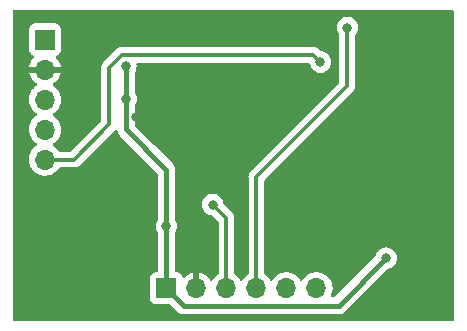
<source format=gbr>
%TF.GenerationSoftware,KiCad,Pcbnew,(6.0.4-0)*%
%TF.CreationDate,2022-04-22T16:48:50+08:00*%
%TF.ProjectId,esp32c3,65737033-3263-4332-9e6b-696361645f70,rev?*%
%TF.SameCoordinates,Original*%
%TF.FileFunction,Copper,L2,Bot*%
%TF.FilePolarity,Positive*%
%FSLAX46Y46*%
G04 Gerber Fmt 4.6, Leading zero omitted, Abs format (unit mm)*
G04 Created by KiCad (PCBNEW (6.0.4-0)) date 2022-04-22 16:48:50*
%MOMM*%
%LPD*%
G01*
G04 APERTURE LIST*
%TA.AperFunction,ComponentPad*%
%ADD10R,1.700000X1.700000*%
%TD*%
%TA.AperFunction,ComponentPad*%
%ADD11O,1.700000X1.700000*%
%TD*%
%TA.AperFunction,ViaPad*%
%ADD12C,0.800000*%
%TD*%
%TA.AperFunction,Conductor*%
%ADD13C,0.457200*%
%TD*%
%TA.AperFunction,Conductor*%
%ADD14C,0.330200*%
%TD*%
%TA.AperFunction,Conductor*%
%ADD15C,0.250000*%
%TD*%
G04 APERTURE END LIST*
D10*
%TO.P,J3,1,Pin_1*%
%TO.N,3.3V*%
X44221000Y-72136000D03*
D11*
%TO.P,J3,2,Pin_2*%
%TO.N,GND*%
X44221000Y-74676000D03*
%TO.P,J3,3,Pin_3*%
%TO.N,IO9*%
X44221000Y-77216000D03*
%TO.P,J3,4,Pin_4*%
%TO.N,IO8*%
X44221000Y-79756000D03*
%TO.P,J3,5,Pin_5*%
%TO.N,IO2*%
X44221000Y-82296000D03*
%TD*%
D10*
%TO.P,J2,1,Pin_1*%
%TO.N,3.3V*%
X54508000Y-93193000D03*
D11*
%TO.P,J2,2,Pin_2*%
%TO.N,GND*%
X57048000Y-93193000D03*
%TO.P,J2,3,Pin_3*%
%TO.N,EN*%
X59588000Y-93193000D03*
%TO.P,J2,4,Pin_4*%
%TO.N,IO0*%
X62128000Y-93193000D03*
%TO.P,J2,5,Pin_5*%
%TO.N,TXD*%
X64668000Y-93193000D03*
%TO.P,J2,6,Pin_6*%
%TO.N,RXD*%
X67208000Y-93193000D03*
%TD*%
D12*
%TO.N,3.3V*%
X51060000Y-74390000D03*
X73101200Y-90652600D03*
X51100131Y-77161155D03*
X54507994Y-87935206D03*
%TO.N,GND*%
X51950000Y-78700000D03*
X52450000Y-76310000D03*
X52908200Y-87985600D03*
X71221600Y-90703400D03*
X73736200Y-80670400D03*
X73431400Y-74117200D03*
X48215383Y-85391184D03*
X46990000Y-76270000D03*
%TO.N,EN*%
X58420000Y-86106000D03*
%TO.N,IO0*%
X69824600Y-71120000D03*
%TO.N,IO2*%
X67538600Y-74041000D03*
%TD*%
D13*
%TO.N,3.3V*%
X73101200Y-90652600D02*
X69088000Y-94665800D01*
X51080000Y-77141024D02*
X51100131Y-77161155D01*
X55980800Y-94665800D02*
X54508000Y-93193000D01*
X54507994Y-85090406D02*
X54507994Y-87935206D01*
X54507994Y-83160006D02*
X54507994Y-85090406D01*
X51060000Y-74390000D02*
X51080000Y-74410000D01*
X51100126Y-77161161D02*
X51100126Y-79752139D01*
X51080000Y-74410000D02*
X51080000Y-77141024D01*
X54507994Y-87935206D02*
X54507994Y-93193006D01*
X69088000Y-94665800D02*
X55980800Y-94665800D01*
X51100126Y-79752139D02*
X54507994Y-83160006D01*
D14*
%TO.N,EN*%
X59587994Y-87273994D02*
X58420000Y-86106000D01*
X59587994Y-93193006D02*
X59587994Y-87273994D01*
%TO.N,IO0*%
X62127994Y-93193006D02*
X62127994Y-83769606D01*
X69799200Y-76098400D02*
X69799200Y-71145400D01*
X62127994Y-83769606D02*
X69799200Y-76098400D01*
D15*
X69799200Y-71145400D02*
X69824600Y-71120000D01*
D14*
%TO.N,IO2*%
X46694000Y-82296000D02*
X44220994Y-82296000D01*
X50749200Y-73431400D02*
X49660000Y-74520600D01*
X49660000Y-79330000D02*
X46694000Y-82296000D01*
X66929000Y-73431400D02*
X50749200Y-73431400D01*
X67538600Y-74041000D02*
X66929000Y-73431400D01*
X49660000Y-74520600D02*
X49660000Y-79330000D01*
%TD*%
%TA.AperFunction,Conductor*%
%TO.N,GND*%
G36*
X78800621Y-69629702D02*
G01*
X78847114Y-69683358D01*
X78858500Y-69735700D01*
X78858500Y-95855500D01*
X78838498Y-95923621D01*
X78784842Y-95970114D01*
X78732500Y-95981500D01*
X41647500Y-95981500D01*
X41579379Y-95961498D01*
X41532886Y-95907842D01*
X41521500Y-95855500D01*
X41521500Y-82262695D01*
X42858251Y-82262695D01*
X42871110Y-82485715D01*
X42872247Y-82490761D01*
X42872248Y-82490767D01*
X42896304Y-82597508D01*
X42920222Y-82703639D01*
X42981673Y-82854976D01*
X42998872Y-82897331D01*
X43004266Y-82910616D01*
X43035898Y-82962235D01*
X43113942Y-83089591D01*
X43120987Y-83101088D01*
X43267250Y-83269938D01*
X43439126Y-83412632D01*
X43632000Y-83525338D01*
X43840692Y-83605030D01*
X43845760Y-83606061D01*
X43845763Y-83606062D01*
X43953017Y-83627883D01*
X44059597Y-83649567D01*
X44064772Y-83649757D01*
X44064774Y-83649757D01*
X44277673Y-83657564D01*
X44277677Y-83657564D01*
X44282837Y-83657753D01*
X44287957Y-83657097D01*
X44287959Y-83657097D01*
X44499288Y-83630025D01*
X44499289Y-83630025D01*
X44504416Y-83629368D01*
X44574339Y-83608390D01*
X44713429Y-83566661D01*
X44713434Y-83566659D01*
X44718384Y-83565174D01*
X44918994Y-83466896D01*
X45100860Y-83337173D01*
X45259096Y-83179489D01*
X45298496Y-83124658D01*
X45372210Y-83022074D01*
X45428205Y-82978426D01*
X45474533Y-82969600D01*
X46666291Y-82969600D01*
X46674862Y-82969892D01*
X46729512Y-82973618D01*
X46789235Y-82963194D01*
X46795725Y-82962237D01*
X46855856Y-82954960D01*
X46862965Y-82952274D01*
X46868762Y-82950850D01*
X46876917Y-82948620D01*
X46882641Y-82946892D01*
X46890122Y-82945586D01*
X46945594Y-82921235D01*
X46951699Y-82918744D01*
X46952422Y-82918471D01*
X46973210Y-82910616D01*
X47001263Y-82900016D01*
X47001265Y-82900015D01*
X47008368Y-82897331D01*
X47014627Y-82893030D01*
X47019894Y-82890276D01*
X47027319Y-82886143D01*
X47032451Y-82883108D01*
X47039408Y-82880054D01*
X47045434Y-82875430D01*
X47045436Y-82875429D01*
X47087466Y-82843178D01*
X47092804Y-82839300D01*
X47136469Y-82809291D01*
X47136476Y-82809285D01*
X47142731Y-82804986D01*
X47182019Y-82760890D01*
X47187001Y-82755614D01*
X50116717Y-79825898D01*
X50122967Y-79820058D01*
X50161815Y-79786169D01*
X50226293Y-79756463D01*
X50296601Y-79766332D01*
X50350411Y-79812646D01*
X50370226Y-79870903D01*
X50372394Y-79897554D01*
X50374649Y-79904516D01*
X50375760Y-79910074D01*
X50377064Y-79915591D01*
X50377912Y-79922863D01*
X50380411Y-79929747D01*
X50380412Y-79929752D01*
X50402100Y-79989501D01*
X50403526Y-79993655D01*
X50425365Y-80061068D01*
X50429161Y-80067324D01*
X50431513Y-80072462D01*
X50434060Y-80077547D01*
X50436558Y-80084429D01*
X50475433Y-80143724D01*
X50477756Y-80147406D01*
X50484547Y-80158596D01*
X50514533Y-80208011D01*
X50518240Y-80212208D01*
X50518241Y-80212210D01*
X50521727Y-80216157D01*
X50521708Y-80216174D01*
X50524615Y-80219451D01*
X50526782Y-80222043D01*
X50530799Y-80228170D01*
X50536115Y-80233205D01*
X50536115Y-80233206D01*
X50585399Y-80279893D01*
X50587841Y-80282271D01*
X53733989Y-83428418D01*
X53768015Y-83490730D01*
X53770894Y-83517513D01*
X53770894Y-87361141D01*
X53754013Y-87424140D01*
X53673467Y-87563650D01*
X53614452Y-87745278D01*
X53594490Y-87935206D01*
X53614452Y-88125134D01*
X53673467Y-88306762D01*
X53676770Y-88312484D01*
X53676771Y-88312485D01*
X53754013Y-88446271D01*
X53770894Y-88509271D01*
X53770894Y-91708500D01*
X53750892Y-91776621D01*
X53697236Y-91823114D01*
X53644894Y-91834500D01*
X53609866Y-91834500D01*
X53547684Y-91841255D01*
X53411295Y-91892385D01*
X53294739Y-91979739D01*
X53207385Y-92096295D01*
X53156255Y-92232684D01*
X53149500Y-92294866D01*
X53149500Y-94091134D01*
X53156255Y-94153316D01*
X53207385Y-94289705D01*
X53294739Y-94406261D01*
X53411295Y-94493615D01*
X53547684Y-94544745D01*
X53609866Y-94551500D01*
X54771893Y-94551500D01*
X54840014Y-94571502D01*
X54860988Y-94588405D01*
X55413314Y-95140731D01*
X55425701Y-95155144D01*
X55433707Y-95166024D01*
X55433711Y-95166028D01*
X55438049Y-95171923D01*
X55448177Y-95180527D01*
X55477075Y-95205078D01*
X55484591Y-95212008D01*
X55490026Y-95217443D01*
X55511648Y-95234549D01*
X55515013Y-95237308D01*
X55569040Y-95283208D01*
X55575562Y-95286538D01*
X55580291Y-95289692D01*
X55585095Y-95292660D01*
X55590838Y-95297203D01*
X55597467Y-95300301D01*
X55597470Y-95300303D01*
X55655069Y-95327222D01*
X55659022Y-95329155D01*
X55715598Y-95358045D01*
X55715600Y-95358046D01*
X55722118Y-95361374D01*
X55729227Y-95363114D01*
X55734541Y-95365090D01*
X55739924Y-95366881D01*
X55746551Y-95369978D01*
X55753708Y-95371467D01*
X55753712Y-95371468D01*
X55815971Y-95384418D01*
X55820258Y-95385389D01*
X55850746Y-95392849D01*
X55889073Y-95402227D01*
X55894680Y-95402575D01*
X55894681Y-95402575D01*
X55899920Y-95402900D01*
X55899918Y-95402925D01*
X55904265Y-95403186D01*
X55907663Y-95403489D01*
X55914830Y-95404980D01*
X55990003Y-95402946D01*
X55993411Y-95402900D01*
X69022555Y-95402900D01*
X69041505Y-95404333D01*
X69054866Y-95406366D01*
X69054870Y-95406366D01*
X69062100Y-95407466D01*
X69069392Y-95406873D01*
X69069396Y-95406873D01*
X69113137Y-95403315D01*
X69123351Y-95402900D01*
X69131041Y-95402900D01*
X69134675Y-95402476D01*
X69134681Y-95402476D01*
X69148274Y-95400891D01*
X69158411Y-95399709D01*
X69162764Y-95399279D01*
X69179616Y-95397908D01*
X69226116Y-95394126D01*
X69226119Y-95394125D01*
X69233415Y-95393532D01*
X69240377Y-95391276D01*
X69245935Y-95390166D01*
X69251452Y-95388862D01*
X69258724Y-95388014D01*
X69265608Y-95385515D01*
X69265613Y-95385514D01*
X69325362Y-95363826D01*
X69329523Y-95362397D01*
X69332681Y-95361374D01*
X69396929Y-95340561D01*
X69403185Y-95336765D01*
X69408323Y-95334413D01*
X69413408Y-95331866D01*
X69420290Y-95329368D01*
X69479585Y-95290493D01*
X69483267Y-95288170D01*
X69539082Y-95254300D01*
X69539084Y-95254298D01*
X69543872Y-95251393D01*
X69552018Y-95244199D01*
X69552035Y-95244218D01*
X69555312Y-95241311D01*
X69557904Y-95239144D01*
X69564031Y-95235127D01*
X69615755Y-95180526D01*
X69618132Y-95178085D01*
X73219098Y-91577119D01*
X73281996Y-91542967D01*
X73321405Y-91534590D01*
X73383488Y-91521394D01*
X73389519Y-91518709D01*
X73551922Y-91446403D01*
X73551924Y-91446402D01*
X73557952Y-91443718D01*
X73712453Y-91331466D01*
X73840240Y-91189544D01*
X73935727Y-91024156D01*
X73994742Y-90842528D01*
X74014704Y-90652600D01*
X73994742Y-90462672D01*
X73935727Y-90281044D01*
X73840240Y-90115656D01*
X73712453Y-89973734D01*
X73557952Y-89861482D01*
X73551924Y-89858798D01*
X73551922Y-89858797D01*
X73389519Y-89786491D01*
X73389518Y-89786491D01*
X73383488Y-89783806D01*
X73290087Y-89763953D01*
X73203144Y-89745472D01*
X73203139Y-89745472D01*
X73196687Y-89744100D01*
X73005713Y-89744100D01*
X72999261Y-89745472D01*
X72999256Y-89745472D01*
X72912313Y-89763953D01*
X72818912Y-89783806D01*
X72812882Y-89786491D01*
X72812881Y-89786491D01*
X72650478Y-89858797D01*
X72650476Y-89858798D01*
X72644448Y-89861482D01*
X72489947Y-89973734D01*
X72362160Y-90115656D01*
X72266673Y-90281044D01*
X72207658Y-90462672D01*
X72206968Y-90469235D01*
X72205594Y-90475700D01*
X72202986Y-90475146D01*
X72180485Y-90529832D01*
X72171285Y-90540098D01*
X68819588Y-93891795D01*
X68757276Y-93925821D01*
X68730493Y-93928700D01*
X68562657Y-93928700D01*
X68494536Y-93908698D01*
X68448043Y-93855042D01*
X68437939Y-93784768D01*
X68449699Y-93746874D01*
X68473138Y-93699448D01*
X68475430Y-93694811D01*
X68540370Y-93481069D01*
X68569529Y-93259590D01*
X68571156Y-93193000D01*
X68552852Y-92970361D01*
X68498431Y-92753702D01*
X68409354Y-92548840D01*
X68288014Y-92361277D01*
X68137670Y-92196051D01*
X68133619Y-92192852D01*
X68133615Y-92192848D01*
X67966414Y-92060800D01*
X67966410Y-92060798D01*
X67962359Y-92057598D01*
X67926028Y-92037542D01*
X67855337Y-91998519D01*
X67766789Y-91949638D01*
X67761920Y-91947914D01*
X67761916Y-91947912D01*
X67561087Y-91876795D01*
X67561083Y-91876794D01*
X67556212Y-91875069D01*
X67551119Y-91874162D01*
X67551116Y-91874161D01*
X67341373Y-91836800D01*
X67341367Y-91836799D01*
X67336284Y-91835894D01*
X67262452Y-91834992D01*
X67118081Y-91833228D01*
X67118079Y-91833228D01*
X67112911Y-91833165D01*
X66892091Y-91866955D01*
X66679756Y-91936357D01*
X66606757Y-91974358D01*
X66532500Y-92013014D01*
X66481607Y-92039507D01*
X66477474Y-92042610D01*
X66477471Y-92042612D01*
X66307100Y-92170530D01*
X66302965Y-92173635D01*
X66148629Y-92335138D01*
X66041201Y-92492621D01*
X65986293Y-92537621D01*
X65915768Y-92545792D01*
X65852021Y-92514538D01*
X65831324Y-92490054D01*
X65750822Y-92365617D01*
X65750820Y-92365614D01*
X65748014Y-92361277D01*
X65597670Y-92196051D01*
X65593619Y-92192852D01*
X65593615Y-92192848D01*
X65426414Y-92060800D01*
X65426410Y-92060798D01*
X65422359Y-92057598D01*
X65386028Y-92037542D01*
X65315337Y-91998519D01*
X65226789Y-91949638D01*
X65221920Y-91947914D01*
X65221916Y-91947912D01*
X65021087Y-91876795D01*
X65021083Y-91876794D01*
X65016212Y-91875069D01*
X65011119Y-91874162D01*
X65011116Y-91874161D01*
X64801373Y-91836800D01*
X64801367Y-91836799D01*
X64796284Y-91835894D01*
X64722452Y-91834992D01*
X64578081Y-91833228D01*
X64578079Y-91833228D01*
X64572911Y-91833165D01*
X64352091Y-91866955D01*
X64139756Y-91936357D01*
X64066757Y-91974358D01*
X63992500Y-92013014D01*
X63941607Y-92039507D01*
X63937474Y-92042610D01*
X63937471Y-92042612D01*
X63767100Y-92170530D01*
X63762965Y-92173635D01*
X63608629Y-92335138D01*
X63501201Y-92492621D01*
X63446293Y-92537621D01*
X63375768Y-92545792D01*
X63312021Y-92514538D01*
X63291324Y-92490054D01*
X63210822Y-92365617D01*
X63210820Y-92365614D01*
X63208014Y-92361277D01*
X63057670Y-92196051D01*
X63053619Y-92192852D01*
X63053615Y-92192848D01*
X62886414Y-92060800D01*
X62886410Y-92060798D01*
X62882359Y-92057598D01*
X62877836Y-92055101D01*
X62866699Y-92048953D01*
X62816729Y-91998519D01*
X62801594Y-91938645D01*
X62801594Y-84100811D01*
X62821596Y-84032690D01*
X62838499Y-84011716D01*
X70255909Y-76594305D01*
X70262175Y-76588451D01*
X70297734Y-76557431D01*
X70303459Y-76552437D01*
X70338306Y-76502855D01*
X70342238Y-76497561D01*
X70374915Y-76455886D01*
X70379605Y-76449905D01*
X70382733Y-76442976D01*
X70385837Y-76437852D01*
X70390032Y-76430498D01*
X70392842Y-76425258D01*
X70397206Y-76419048D01*
X70399963Y-76411977D01*
X70399965Y-76411973D01*
X70419208Y-76362615D01*
X70421764Y-76356533D01*
X70443571Y-76308237D01*
X70443572Y-76308235D01*
X70446697Y-76301313D01*
X70448081Y-76293844D01*
X70449872Y-76288129D01*
X70452178Y-76280036D01*
X70453670Y-76274224D01*
X70456429Y-76267148D01*
X70464337Y-76207078D01*
X70465368Y-76200571D01*
X70475024Y-76148473D01*
X70476408Y-76141006D01*
X70473009Y-76082056D01*
X70472800Y-76074804D01*
X70472800Y-71806198D01*
X70492802Y-71738077D01*
X70505158Y-71721895D01*
X70563640Y-71656944D01*
X70659127Y-71491556D01*
X70718142Y-71309928D01*
X70732252Y-71175684D01*
X70737414Y-71126565D01*
X70738104Y-71120000D01*
X70718142Y-70930072D01*
X70659127Y-70748444D01*
X70563640Y-70583056D01*
X70435853Y-70441134D01*
X70281352Y-70328882D01*
X70275324Y-70326198D01*
X70275322Y-70326197D01*
X70112919Y-70253891D01*
X70112918Y-70253891D01*
X70106888Y-70251206D01*
X70013488Y-70231353D01*
X69926544Y-70212872D01*
X69926539Y-70212872D01*
X69920087Y-70211500D01*
X69729113Y-70211500D01*
X69722661Y-70212872D01*
X69722656Y-70212872D01*
X69635712Y-70231353D01*
X69542312Y-70251206D01*
X69536282Y-70253891D01*
X69536281Y-70253891D01*
X69373878Y-70326197D01*
X69373876Y-70326198D01*
X69367848Y-70328882D01*
X69213347Y-70441134D01*
X69085560Y-70583056D01*
X68990073Y-70748444D01*
X68931058Y-70930072D01*
X68911096Y-71120000D01*
X68911786Y-71126565D01*
X68916949Y-71175684D01*
X68931058Y-71309928D01*
X68990073Y-71491556D01*
X69085560Y-71656944D01*
X69093237Y-71665470D01*
X69123953Y-71729476D01*
X69125600Y-71749779D01*
X69125600Y-75767196D01*
X69105598Y-75835317D01*
X69088695Y-75856291D01*
X61671285Y-83273701D01*
X61665020Y-83279554D01*
X61623735Y-83315569D01*
X61588886Y-83365154D01*
X61584975Y-83370420D01*
X61547589Y-83418100D01*
X61544463Y-83425023D01*
X61541346Y-83430170D01*
X61537201Y-83437438D01*
X61534358Y-83442740D01*
X61529988Y-83448958D01*
X61513702Y-83490730D01*
X61507981Y-83505403D01*
X61505426Y-83511481D01*
X61480497Y-83566693D01*
X61479113Y-83574163D01*
X61477326Y-83579865D01*
X61475019Y-83587962D01*
X61473525Y-83593779D01*
X61470765Y-83600858D01*
X61469774Y-83608387D01*
X61469773Y-83608390D01*
X61462857Y-83660924D01*
X61461827Y-83667426D01*
X61450786Y-83726999D01*
X61451223Y-83734579D01*
X61451223Y-83734580D01*
X61454185Y-83785949D01*
X61454394Y-83793202D01*
X61454394Y-91937210D01*
X61434392Y-92005331D01*
X61400880Y-92038539D01*
X61401607Y-92039507D01*
X61222965Y-92173635D01*
X61068629Y-92335138D01*
X60961201Y-92492621D01*
X60906293Y-92537621D01*
X60835768Y-92545792D01*
X60772021Y-92514538D01*
X60751324Y-92490054D01*
X60670822Y-92365617D01*
X60670820Y-92365614D01*
X60668014Y-92361277D01*
X60517670Y-92196051D01*
X60513619Y-92192852D01*
X60513615Y-92192848D01*
X60346414Y-92060800D01*
X60346410Y-92060798D01*
X60342359Y-92057598D01*
X60337836Y-92055101D01*
X60326699Y-92048953D01*
X60276729Y-91998519D01*
X60261594Y-91938645D01*
X60261594Y-87301703D01*
X60261886Y-87293132D01*
X60265095Y-87246058D01*
X60265612Y-87238482D01*
X60255190Y-87178769D01*
X60254228Y-87172247D01*
X60247867Y-87119686D01*
X60246954Y-87112138D01*
X60244266Y-87105026D01*
X60242827Y-87099165D01*
X60240615Y-87091079D01*
X60238887Y-87085355D01*
X60237581Y-87077872D01*
X60213211Y-87022358D01*
X60210745Y-87016315D01*
X60189325Y-86959626D01*
X60185021Y-86953364D01*
X60182258Y-86948079D01*
X60178158Y-86940711D01*
X60175103Y-86935545D01*
X60172048Y-86928586D01*
X60135169Y-86880524D01*
X60131294Y-86875190D01*
X60101285Y-86831525D01*
X60101279Y-86831518D01*
X60096980Y-86825263D01*
X60052884Y-86785975D01*
X60047608Y-86780993D01*
X59360462Y-86093847D01*
X59326436Y-86031535D01*
X59324247Y-86017923D01*
X59314232Y-85922636D01*
X59314232Y-85922635D01*
X59313542Y-85916072D01*
X59254527Y-85734444D01*
X59159040Y-85569056D01*
X59031253Y-85427134D01*
X58876752Y-85314882D01*
X58870724Y-85312198D01*
X58870722Y-85312197D01*
X58708319Y-85239891D01*
X58708318Y-85239891D01*
X58702288Y-85237206D01*
X58608888Y-85217353D01*
X58521944Y-85198872D01*
X58521939Y-85198872D01*
X58515487Y-85197500D01*
X58324513Y-85197500D01*
X58318061Y-85198872D01*
X58318056Y-85198872D01*
X58231112Y-85217353D01*
X58137712Y-85237206D01*
X58131682Y-85239891D01*
X58131681Y-85239891D01*
X57969278Y-85312197D01*
X57969276Y-85312198D01*
X57963248Y-85314882D01*
X57808747Y-85427134D01*
X57680960Y-85569056D01*
X57585473Y-85734444D01*
X57526458Y-85916072D01*
X57506496Y-86106000D01*
X57526458Y-86295928D01*
X57585473Y-86477556D01*
X57680960Y-86642944D01*
X57808747Y-86784866D01*
X57963248Y-86897118D01*
X57969276Y-86899802D01*
X57969278Y-86899803D01*
X58103644Y-86959626D01*
X58137712Y-86974794D01*
X58255487Y-86999828D01*
X58318057Y-87013128D01*
X58318060Y-87013128D01*
X58324513Y-87014500D01*
X58331114Y-87014500D01*
X58336767Y-87015094D01*
X58402424Y-87042107D01*
X58412693Y-87051308D01*
X58877489Y-87516103D01*
X58911514Y-87578416D01*
X58914394Y-87605199D01*
X58914394Y-91937210D01*
X58894392Y-92005331D01*
X58860880Y-92038539D01*
X58861607Y-92039507D01*
X58682965Y-92173635D01*
X58528629Y-92335138D01*
X58421204Y-92492618D01*
X58420898Y-92493066D01*
X58365987Y-92538069D01*
X58295462Y-92546240D01*
X58231715Y-92514986D01*
X58211018Y-92490502D01*
X58130426Y-92365926D01*
X58124136Y-92357757D01*
X57980806Y-92200240D01*
X57973273Y-92193215D01*
X57806139Y-92061222D01*
X57797552Y-92055517D01*
X57611117Y-91952599D01*
X57601705Y-91948369D01*
X57400959Y-91877280D01*
X57390988Y-91874646D01*
X57319837Y-91861972D01*
X57306540Y-91863432D01*
X57302000Y-91877989D01*
X57302000Y-93321000D01*
X57281998Y-93389121D01*
X57228342Y-93435614D01*
X57176000Y-93447000D01*
X56920000Y-93447000D01*
X56851879Y-93426998D01*
X56805386Y-93373342D01*
X56794000Y-93321000D01*
X56794000Y-91876102D01*
X56790082Y-91862758D01*
X56775806Y-91860771D01*
X56737324Y-91866660D01*
X56727288Y-91869051D01*
X56524868Y-91935212D01*
X56515359Y-91939209D01*
X56326463Y-92037542D01*
X56317738Y-92043036D01*
X56147433Y-92170905D01*
X56139726Y-92177748D01*
X56062478Y-92258584D01*
X56000954Y-92294014D01*
X55930042Y-92290557D01*
X55872255Y-92249311D01*
X55853402Y-92215763D01*
X55811767Y-92104703D01*
X55808615Y-92096295D01*
X55721261Y-91979739D01*
X55604705Y-91892385D01*
X55468316Y-91841255D01*
X55406134Y-91834500D01*
X55371094Y-91834500D01*
X55302973Y-91814498D01*
X55256480Y-91760842D01*
X55245094Y-91708500D01*
X55245094Y-88509271D01*
X55261975Y-88446271D01*
X55339217Y-88312485D01*
X55339218Y-88312484D01*
X55342521Y-88306762D01*
X55401536Y-88125134D01*
X55421498Y-87935206D01*
X55401536Y-87745278D01*
X55342521Y-87563650D01*
X55261975Y-87424140D01*
X55245094Y-87361141D01*
X55245094Y-83225450D01*
X55246527Y-83206499D01*
X55248560Y-83193138D01*
X55248560Y-83193135D01*
X55249660Y-83185905D01*
X55245509Y-83134873D01*
X55245094Y-83124658D01*
X55245094Y-83116965D01*
X55242730Y-83096689D01*
X55241903Y-83089591D01*
X55241470Y-83085217D01*
X55236318Y-83021883D01*
X55235725Y-83014590D01*
X55233471Y-83007632D01*
X55232355Y-83002044D01*
X55231055Y-82996545D01*
X55230208Y-82989282D01*
X55227713Y-82982409D01*
X55227711Y-82982400D01*
X55206016Y-82922633D01*
X55204608Y-82918534D01*
X55182755Y-82851076D01*
X55178957Y-82844817D01*
X55176599Y-82839666D01*
X55174058Y-82834593D01*
X55171562Y-82827716D01*
X55159482Y-82809291D01*
X55132702Y-82768444D01*
X55130355Y-82764725D01*
X55096496Y-82708928D01*
X55093587Y-82704134D01*
X55089878Y-82699935D01*
X55089875Y-82699930D01*
X55086393Y-82695988D01*
X55086412Y-82695971D01*
X55083505Y-82692694D01*
X55081338Y-82690102D01*
X55077321Y-82683975D01*
X55022720Y-82632251D01*
X55020279Y-82629874D01*
X53477769Y-81087364D01*
X51874131Y-79483727D01*
X51840105Y-79421415D01*
X51837226Y-79394632D01*
X51837226Y-77735229D01*
X51854107Y-77672229D01*
X51931354Y-77538434D01*
X51931355Y-77538433D01*
X51934658Y-77532711D01*
X51993673Y-77351083D01*
X52013635Y-77161155D01*
X51996542Y-76998522D01*
X51994363Y-76977790D01*
X51994363Y-76977788D01*
X51993673Y-76971227D01*
X51934658Y-76789599D01*
X51839171Y-76624211D01*
X51839776Y-76623862D01*
X51817100Y-76554067D01*
X51817100Y-74929424D01*
X51833981Y-74866424D01*
X51891223Y-74767279D01*
X51891224Y-74767278D01*
X51894527Y-74761556D01*
X51953542Y-74579928D01*
X51973504Y-74390000D01*
X51958177Y-74244170D01*
X51970949Y-74174332D01*
X52019451Y-74122485D01*
X52083487Y-74105000D01*
X66518371Y-74105000D01*
X66586492Y-74125002D01*
X66632985Y-74178658D01*
X66643680Y-74217826D01*
X66644367Y-74224358D01*
X66645058Y-74230928D01*
X66704073Y-74412556D01*
X66707376Y-74418278D01*
X66707377Y-74418279D01*
X66737543Y-74470527D01*
X66799560Y-74577944D01*
X66927347Y-74719866D01*
X67081848Y-74832118D01*
X67087876Y-74834802D01*
X67087878Y-74834803D01*
X67224573Y-74895663D01*
X67256312Y-74909794D01*
X67348663Y-74929424D01*
X67436656Y-74948128D01*
X67436661Y-74948128D01*
X67443113Y-74949500D01*
X67634087Y-74949500D01*
X67640539Y-74948128D01*
X67640544Y-74948128D01*
X67728537Y-74929424D01*
X67820888Y-74909794D01*
X67852627Y-74895663D01*
X67989322Y-74834803D01*
X67989324Y-74834802D01*
X67995352Y-74832118D01*
X68149853Y-74719866D01*
X68277640Y-74577944D01*
X68339657Y-74470527D01*
X68369823Y-74418279D01*
X68369824Y-74418278D01*
X68373127Y-74412556D01*
X68432142Y-74230928D01*
X68435311Y-74200783D01*
X68451414Y-74047565D01*
X68452104Y-74041000D01*
X68432142Y-73851072D01*
X68373127Y-73669444D01*
X68277640Y-73504056D01*
X68255886Y-73479895D01*
X68154275Y-73367045D01*
X68154274Y-73367044D01*
X68149853Y-73362134D01*
X67995352Y-73249882D01*
X67989324Y-73247198D01*
X67989322Y-73247197D01*
X67826919Y-73174891D01*
X67826918Y-73174891D01*
X67820888Y-73172206D01*
X67703113Y-73147172D01*
X67640543Y-73133872D01*
X67640540Y-73133872D01*
X67634087Y-73132500D01*
X67627485Y-73132500D01*
X67621832Y-73131906D01*
X67556174Y-73104894D01*
X67545905Y-73095691D01*
X67424905Y-72974691D01*
X67419051Y-72968425D01*
X67388033Y-72932868D01*
X67383037Y-72927141D01*
X67333452Y-72892292D01*
X67328177Y-72888374D01*
X67325446Y-72886232D01*
X67280506Y-72850995D01*
X67273583Y-72847869D01*
X67268436Y-72844752D01*
X67261168Y-72840607D01*
X67255866Y-72837764D01*
X67249648Y-72833394D01*
X67193201Y-72811386D01*
X67187123Y-72808831D01*
X67138837Y-72787029D01*
X67138835Y-72787028D01*
X67131913Y-72783903D01*
X67124443Y-72782519D01*
X67118741Y-72780732D01*
X67110644Y-72778425D01*
X67104827Y-72776931D01*
X67097748Y-72774171D01*
X67090219Y-72773180D01*
X67090216Y-72773179D01*
X67052387Y-72768199D01*
X67037677Y-72766262D01*
X67031180Y-72765233D01*
X66971607Y-72754192D01*
X66964027Y-72754629D01*
X66964026Y-72754629D01*
X66912657Y-72757591D01*
X66905404Y-72757800D01*
X50776898Y-72757800D01*
X50768328Y-72757508D01*
X50721263Y-72754299D01*
X50721259Y-72754299D01*
X50713687Y-72753783D01*
X50653986Y-72764203D01*
X50647474Y-72765163D01*
X50641941Y-72765833D01*
X50594887Y-72771527D01*
X50594885Y-72771527D01*
X50587344Y-72772440D01*
X50580241Y-72775124D01*
X50574446Y-72776547D01*
X50566296Y-72778777D01*
X50560565Y-72780507D01*
X50553078Y-72781814D01*
X50546123Y-72784867D01*
X50497604Y-72806165D01*
X50491497Y-72808657D01*
X50441935Y-72827385D01*
X50434832Y-72830069D01*
X50428573Y-72834371D01*
X50423251Y-72837153D01*
X50415917Y-72841235D01*
X50410749Y-72844292D01*
X50403791Y-72847346D01*
X50355720Y-72884233D01*
X50350411Y-72888090D01*
X50300469Y-72922414D01*
X50295419Y-72928082D01*
X50295418Y-72928083D01*
X50261173Y-72966519D01*
X50256191Y-72971795D01*
X49203291Y-74024695D01*
X49197026Y-74030548D01*
X49155741Y-74066563D01*
X49120892Y-74116148D01*
X49116981Y-74121414D01*
X49079595Y-74169094D01*
X49076469Y-74176017D01*
X49073352Y-74181164D01*
X49069207Y-74188432D01*
X49066364Y-74193734D01*
X49061994Y-74199952D01*
X49052476Y-74224365D01*
X49039987Y-74256397D01*
X49037432Y-74262475D01*
X49012503Y-74317687D01*
X49011119Y-74325157D01*
X49009332Y-74330859D01*
X49007025Y-74338956D01*
X49005531Y-74344773D01*
X49002771Y-74351852D01*
X49001780Y-74359381D01*
X49001779Y-74359384D01*
X48994863Y-74411918D01*
X48993833Y-74418420D01*
X48982792Y-74477993D01*
X48983229Y-74485573D01*
X48983229Y-74485574D01*
X48986191Y-74536943D01*
X48986400Y-74544196D01*
X48986400Y-78998796D01*
X48966398Y-79066917D01*
X48949495Y-79087891D01*
X46451891Y-81585495D01*
X46389579Y-81619521D01*
X46362796Y-81622400D01*
X45471863Y-81622400D01*
X45403742Y-81602398D01*
X45366071Y-81564840D01*
X45303822Y-81468617D01*
X45303820Y-81468614D01*
X45301014Y-81464277D01*
X45150670Y-81299051D01*
X45146619Y-81295852D01*
X45146615Y-81295848D01*
X44979414Y-81163800D01*
X44979410Y-81163798D01*
X44975359Y-81160598D01*
X44934053Y-81137796D01*
X44884084Y-81087364D01*
X44869312Y-81017921D01*
X44894428Y-80951516D01*
X44921780Y-80924909D01*
X44965603Y-80893650D01*
X45100860Y-80797173D01*
X45259096Y-80639489D01*
X45318594Y-80556689D01*
X45386435Y-80462277D01*
X45389453Y-80458077D01*
X45477517Y-80279893D01*
X45486136Y-80262453D01*
X45486137Y-80262451D01*
X45488430Y-80257811D01*
X45553370Y-80044069D01*
X45582529Y-79822590D01*
X45584156Y-79756000D01*
X45565852Y-79533361D01*
X45511431Y-79316702D01*
X45422354Y-79111840D01*
X45301014Y-78924277D01*
X45150670Y-78759051D01*
X45146619Y-78755852D01*
X45146615Y-78755848D01*
X44979414Y-78623800D01*
X44979410Y-78623798D01*
X44975359Y-78620598D01*
X44934053Y-78597796D01*
X44884084Y-78547364D01*
X44869312Y-78477921D01*
X44894428Y-78411516D01*
X44921780Y-78384909D01*
X44965603Y-78353650D01*
X45100860Y-78257173D01*
X45259096Y-78099489D01*
X45318594Y-78016689D01*
X45386435Y-77922277D01*
X45389453Y-77918077D01*
X45488430Y-77717811D01*
X45544668Y-77532711D01*
X45551865Y-77509023D01*
X45551865Y-77509021D01*
X45553370Y-77504069D01*
X45582529Y-77282590D01*
X45584156Y-77216000D01*
X45565852Y-76993361D01*
X45511431Y-76776702D01*
X45422354Y-76571840D01*
X45330916Y-76430498D01*
X45303822Y-76388617D01*
X45303820Y-76388614D01*
X45301014Y-76384277D01*
X45150670Y-76219051D01*
X45146619Y-76215852D01*
X45146615Y-76215848D01*
X44979414Y-76083800D01*
X44979410Y-76083798D01*
X44975359Y-76080598D01*
X44933569Y-76057529D01*
X44883598Y-76007097D01*
X44868826Y-75937654D01*
X44893942Y-75871248D01*
X44921294Y-75844641D01*
X45096328Y-75719792D01*
X45104200Y-75713139D01*
X45255052Y-75562812D01*
X45261730Y-75554965D01*
X45386003Y-75382020D01*
X45391313Y-75373183D01*
X45485670Y-75182267D01*
X45489469Y-75172672D01*
X45551377Y-74968910D01*
X45553555Y-74958837D01*
X45554986Y-74947962D01*
X45552775Y-74933778D01*
X45539617Y-74930000D01*
X42904225Y-74930000D01*
X42890694Y-74933973D01*
X42889257Y-74943966D01*
X42919565Y-75078446D01*
X42922645Y-75088275D01*
X43002770Y-75285603D01*
X43007413Y-75294794D01*
X43118694Y-75476388D01*
X43124777Y-75484699D01*
X43264213Y-75645667D01*
X43271580Y-75652883D01*
X43435434Y-75788916D01*
X43443881Y-75794831D01*
X43512969Y-75835203D01*
X43561693Y-75886842D01*
X43574764Y-75956625D01*
X43548033Y-76022396D01*
X43507584Y-76055752D01*
X43494607Y-76062507D01*
X43490474Y-76065610D01*
X43490471Y-76065612D01*
X43320100Y-76193530D01*
X43315965Y-76196635D01*
X43312393Y-76200373D01*
X43209316Y-76308237D01*
X43161629Y-76358138D01*
X43035743Y-76542680D01*
X42941688Y-76745305D01*
X42881989Y-76960570D01*
X42858251Y-77182695D01*
X42858548Y-77187848D01*
X42858548Y-77187851D01*
X42867960Y-77351083D01*
X42871110Y-77405715D01*
X42872247Y-77410761D01*
X42872248Y-77410767D01*
X42892119Y-77498939D01*
X42920222Y-77623639D01*
X43004266Y-77830616D01*
X43120987Y-78021088D01*
X43267250Y-78189938D01*
X43439126Y-78332632D01*
X43509595Y-78373811D01*
X43512445Y-78375476D01*
X43561169Y-78427114D01*
X43574240Y-78496897D01*
X43547509Y-78562669D01*
X43507055Y-78596027D01*
X43494607Y-78602507D01*
X43490474Y-78605610D01*
X43490471Y-78605612D01*
X43466247Y-78623800D01*
X43315965Y-78736635D01*
X43161629Y-78898138D01*
X43035743Y-79082680D01*
X42941688Y-79285305D01*
X42881989Y-79500570D01*
X42858251Y-79722695D01*
X42858548Y-79727848D01*
X42858548Y-79727851D01*
X42866796Y-79870903D01*
X42871110Y-79945715D01*
X42872247Y-79950761D01*
X42872248Y-79950767D01*
X42881915Y-79993662D01*
X42920222Y-80163639D01*
X43004266Y-80370616D01*
X43120987Y-80561088D01*
X43267250Y-80729938D01*
X43439126Y-80872632D01*
X43509595Y-80913811D01*
X43512445Y-80915476D01*
X43561169Y-80967114D01*
X43574240Y-81036897D01*
X43547509Y-81102669D01*
X43507055Y-81136027D01*
X43494607Y-81142507D01*
X43490474Y-81145610D01*
X43490471Y-81145612D01*
X43466247Y-81163800D01*
X43315965Y-81276635D01*
X43161629Y-81438138D01*
X43035743Y-81622680D01*
X42941688Y-81825305D01*
X42881989Y-82040570D01*
X42858251Y-82262695D01*
X41521500Y-82262695D01*
X41521500Y-73034134D01*
X42862500Y-73034134D01*
X42869255Y-73096316D01*
X42920385Y-73232705D01*
X43007739Y-73349261D01*
X43124295Y-73436615D01*
X43132704Y-73439767D01*
X43132705Y-73439768D01*
X43241960Y-73480726D01*
X43298725Y-73523367D01*
X43323425Y-73589929D01*
X43308218Y-73659278D01*
X43288825Y-73685759D01*
X43165590Y-73814717D01*
X43159104Y-73822727D01*
X43039098Y-73998649D01*
X43034000Y-74007623D01*
X42944338Y-74200783D01*
X42940775Y-74210470D01*
X42885389Y-74410183D01*
X42886912Y-74418607D01*
X42899292Y-74422000D01*
X45539344Y-74422000D01*
X45552875Y-74418027D01*
X45554180Y-74408947D01*
X45512214Y-74241875D01*
X45508894Y-74232124D01*
X45423972Y-74036814D01*
X45419105Y-74027739D01*
X45303426Y-73848926D01*
X45297136Y-73840757D01*
X45153293Y-73682677D01*
X45122241Y-73618831D01*
X45130635Y-73548333D01*
X45175812Y-73493564D01*
X45202256Y-73479895D01*
X45309297Y-73439767D01*
X45317705Y-73436615D01*
X45434261Y-73349261D01*
X45521615Y-73232705D01*
X45572745Y-73096316D01*
X45579500Y-73034134D01*
X45579500Y-71237866D01*
X45572745Y-71175684D01*
X45521615Y-71039295D01*
X45434261Y-70922739D01*
X45317705Y-70835385D01*
X45181316Y-70784255D01*
X45119134Y-70777500D01*
X43322866Y-70777500D01*
X43260684Y-70784255D01*
X43124295Y-70835385D01*
X43007739Y-70922739D01*
X42920385Y-71039295D01*
X42869255Y-71175684D01*
X42862500Y-71237866D01*
X42862500Y-73034134D01*
X41521500Y-73034134D01*
X41521500Y-69735700D01*
X41541502Y-69667579D01*
X41595158Y-69621086D01*
X41647500Y-69609700D01*
X78732500Y-69609700D01*
X78800621Y-69629702D01*
G37*
%TD.AperFunction*%
%TD*%
M02*

</source>
